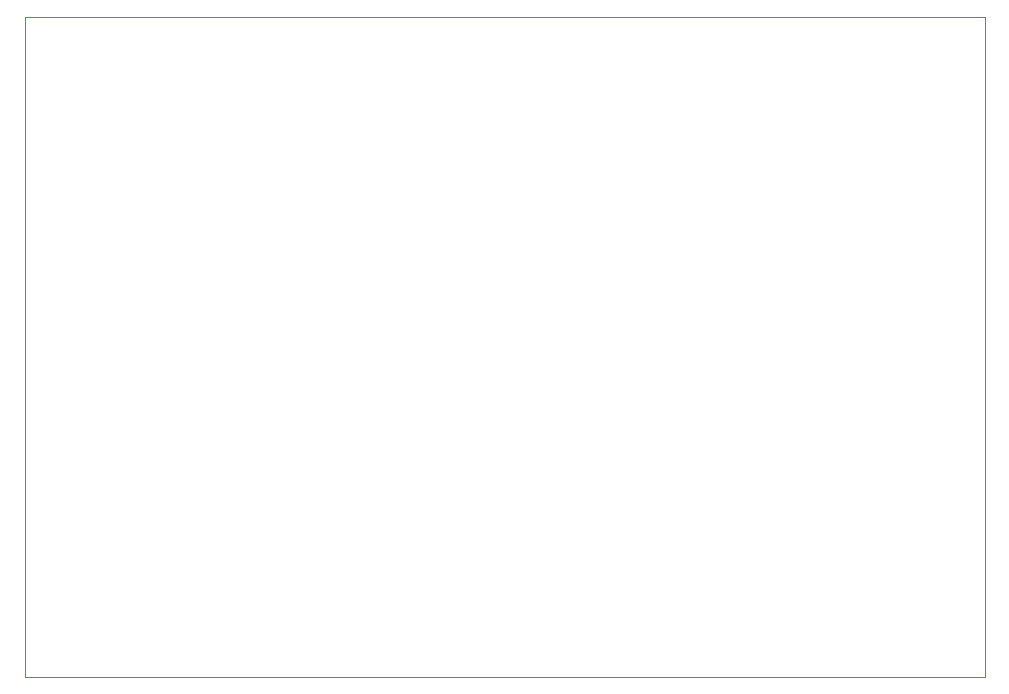
<source format=gm1>
G04 #@! TF.GenerationSoftware,KiCad,Pcbnew,(5.1.6)-1*
G04 #@! TF.CreationDate,2020-10-22T15:24:49+09:00*
G04 #@! TF.ProjectId,SawVCO,53617756-434f-42e6-9b69-6361645f7063,Ver. 1.0*
G04 #@! TF.SameCoordinates,Original*
G04 #@! TF.FileFunction,Profile,NP*
%FSLAX46Y46*%
G04 Gerber Fmt 4.6, Leading zero omitted, Abs format (unit mm)*
G04 Created by KiCad (PCBNEW (5.1.6)-1) date 2020-10-22 15:24:49*
%MOMM*%
%LPD*%
G01*
G04 APERTURE LIST*
G04 #@! TA.AperFunction,Profile*
%ADD10C,0.100000*%
G04 #@! TD*
G04 APERTURE END LIST*
D10*
X111760000Y-127000000D02*
X111760000Y-71120000D01*
X193040000Y-127000000D02*
X111760000Y-127000000D01*
X193040000Y-71120000D02*
X193040000Y-127000000D01*
X111760000Y-71120000D02*
X193040000Y-71120000D01*
M02*

</source>
